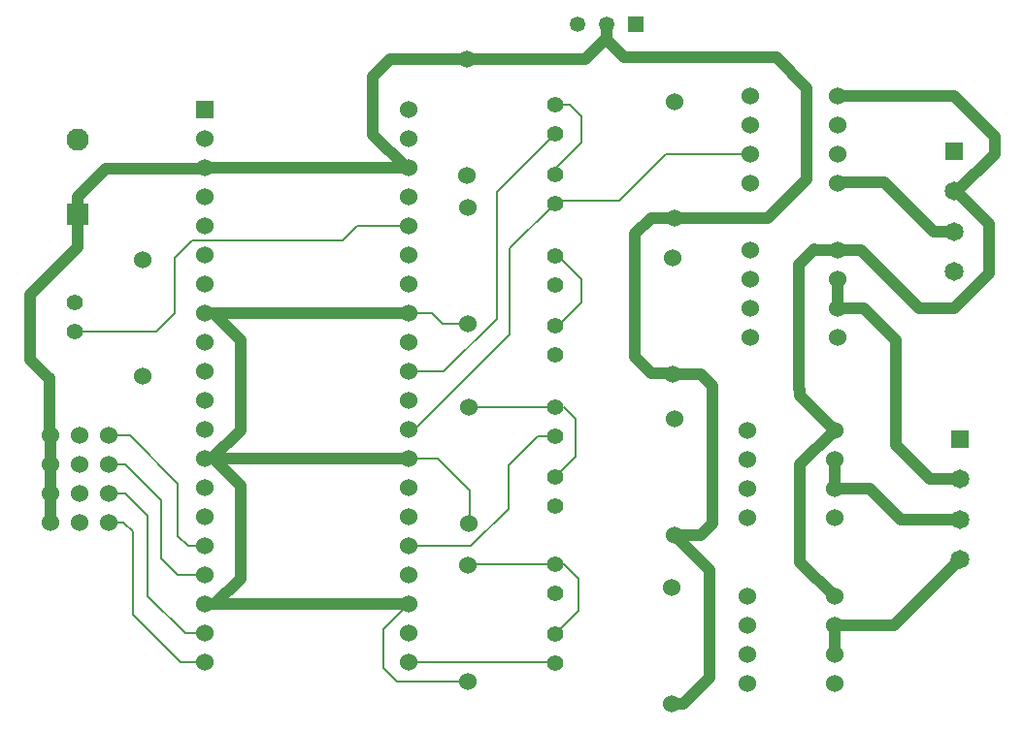
<source format=gbr>
%TF.GenerationSoftware,KiCad,Pcbnew,8.0.8*%
%TF.CreationDate,2025-03-04T21:19:46+00:00*%
%TF.ProjectId,Servo Frog V4 Rev B,53657276-6f20-4467-926f-672056342052,rev?*%
%TF.SameCoordinates,Original*%
%TF.FileFunction,Copper,L1,Top*%
%TF.FilePolarity,Positive*%
%FSLAX46Y46*%
G04 Gerber Fmt 4.6, Leading zero omitted, Abs format (unit mm)*
G04 Created by KiCad (PCBNEW 8.0.8) date 2025-03-04 21:19:46*
%MOMM*%
%LPD*%
G01*
G04 APERTURE LIST*
%TA.AperFunction,ComponentPad*%
%ADD10C,1.416000*%
%TD*%
%TA.AperFunction,ComponentPad*%
%ADD11C,1.524000*%
%TD*%
%TA.AperFunction,ComponentPad*%
%ADD12R,1.524000X1.524000*%
%TD*%
%TA.AperFunction,ComponentPad*%
%ADD13R,1.650000X1.650000*%
%TD*%
%TA.AperFunction,ComponentPad*%
%ADD14C,1.650000*%
%TD*%
%TA.AperFunction,ComponentPad*%
%ADD15R,1.350000X1.350000*%
%TD*%
%TA.AperFunction,ComponentPad*%
%ADD16C,1.350000*%
%TD*%
%TA.AperFunction,ComponentPad*%
%ADD17R,1.950000X1.950000*%
%TD*%
%TA.AperFunction,ComponentPad*%
%ADD18C,1.950000*%
%TD*%
%TA.AperFunction,Conductor*%
%ADD19C,0.200000*%
%TD*%
%TA.AperFunction,Conductor*%
%ADD20C,1.000000*%
%TD*%
%TA.AperFunction,Conductor*%
%ADD21C,0.500000*%
%TD*%
G04 APERTURE END LIST*
D10*
%TO.P,Fr4 J,1,K*%
%TO.N,Net-(LED1-K)*%
X160274000Y-108204000D03*
%TO.P,Fr4 J,2,A*%
%TO.N,OUT2*%
X160274000Y-110744000D03*
%TD*%
D11*
%TO.P,U2,1,1A*%
%TO.N,OUT8*%
X177292000Y-67310000D03*
%TO.P,U2,2,1C*%
%TO.N,Net-(U2-1C)*%
X177292000Y-69850000D03*
%TO.P,U2,3,2A*%
%TO.N,OUT7*%
X177292000Y-72390000D03*
%TO.P,U2,4,2C*%
%TO.N,Net-(U2-1C)*%
X177292000Y-74930000D03*
%TO.P,U2,5,2D*%
%TO.N,K*%
X184912000Y-74930000D03*
%TO.P,U2,6,2D*%
%TO.N,Frog1*%
X184912000Y-72390000D03*
%TO.P,U2,7,1D*%
X184912000Y-69850000D03*
%TO.P,U2,8,1D*%
%TO.N,J*%
X184912000Y-67310000D03*
%TD*%
%TO.P,R7,1*%
%TO.N,Net-(U3-1C)*%
X170556800Y-81432400D03*
%TO.P,R7,2*%
%TO.N,0V*%
X170556800Y-91592400D03*
%TD*%
%TO.P,U3,1,1A*%
%TO.N,OUT6*%
X177292000Y-80772000D03*
%TO.P,U3,2,1C*%
%TO.N,Net-(U3-1C)*%
X177292000Y-83312000D03*
%TO.P,U3,3,2A*%
%TO.N,OUT5*%
X177292000Y-85852000D03*
%TO.P,U3,4,2C*%
%TO.N,Net-(U3-1C)*%
X177292000Y-88392000D03*
%TO.P,U3,5,2D*%
%TO.N,K*%
X184912000Y-88392000D03*
%TO.P,U3,6,2D*%
%TO.N,Frog2*%
X184912000Y-85852000D03*
%TO.P,U3,7,1D*%
X184912000Y-83312000D03*
%TO.P,U3,8,1D*%
%TO.N,J*%
X184912000Y-80772000D03*
%TD*%
D12*
%TO.P,U1,1,GP0*%
%TO.N,unconnected-(U1-GP0-Pad1)*%
X129752000Y-68522000D03*
D11*
%TO.P,U1,2,GP1*%
%TO.N,unconnected-(U1-GP1-Pad2)*%
X129752000Y-71062000D03*
%TO.P,U1,3,GND*%
%TO.N,0V*%
X129752000Y-73602000D03*
%TO.P,U1,4,GP2*%
%TO.N,unconnected-(U1-GP2-Pad4)*%
X129752000Y-76142000D03*
%TO.P,U1,5,GP3*%
%TO.N,unconnected-(U1-GP3-Pad5)*%
X129752000Y-78682000D03*
%TO.P,U1,6,GP4*%
%TO.N,unconnected-(U1-GP4-Pad6)*%
X129752000Y-81222000D03*
%TO.P,U1,7,GP5*%
%TO.N,unconnected-(U1-GP5-Pad7)*%
X129752000Y-83762000D03*
%TO.P,U1,8,GND*%
%TO.N,0V*%
X129752000Y-86302000D03*
%TO.P,U1,9,GP6*%
%TO.N,unconnected-(U1-GP6-Pad9)*%
X129752000Y-88842000D03*
%TO.P,U1,10,GP7*%
%TO.N,unconnected-(U1-GP7-Pad10)*%
X129752000Y-91382000D03*
%TO.P,U1,11,GP8*%
%TO.N,unconnected-(U1-GP8-Pad11)*%
X129752000Y-93922000D03*
%TO.P,U1,12,GP9*%
%TO.N,unconnected-(U1-GP9-Pad12)*%
X129752000Y-96462000D03*
%TO.P,U1,13,GND*%
%TO.N,0V*%
X129752000Y-99002000D03*
%TO.P,U1,14,GP10*%
%TO.N,unconnected-(U1-GP10-Pad14)*%
X129752000Y-101542000D03*
%TO.P,U1,15,GP11*%
%TO.N,unconnected-(U1-GP11-Pad15)*%
X129752000Y-104082000D03*
%TO.P,U1,16,GP12*%
%TO.N,Net-(U1-GP12)*%
X129752000Y-106622000D03*
%TO.P,U1,17,GP13*%
%TO.N,Net-(U1-GP13)*%
X129752000Y-109162000D03*
%TO.P,U1,18,GND*%
%TO.N,0V*%
X129752000Y-111702000D03*
%TO.P,U1,19,GP14*%
%TO.N,Net-(U1-GP14)*%
X129752000Y-114242000D03*
%TO.P,U1,20,GP15*%
%TO.N,Net-(U1-GP15)*%
X129752000Y-116782000D03*
%TO.P,U1,21,GP16*%
%TO.N,OUT1*%
X147532000Y-116782000D03*
%TO.P,U1,22,GP17*%
%TO.N,OUT2*%
X147532000Y-114242000D03*
%TO.P,U1,23,GND*%
%TO.N,0V*%
X147532000Y-111702000D03*
%TO.P,U1,24,GP18*%
%TO.N,OUT3*%
X147532000Y-109162000D03*
%TO.P,U1,25,GP19*%
%TO.N,OUT4*%
X147532000Y-106622000D03*
%TO.P,U1,26,GP20*%
%TO.N,OUT5*%
X147532000Y-104082000D03*
%TO.P,U1,27,GP21*%
%TO.N,OUT6*%
X147532000Y-101542000D03*
%TO.P,U1,28,GND*%
%TO.N,0V*%
X147532000Y-99002000D03*
%TO.P,U1,29,GP22*%
%TO.N,OUT7*%
X147532000Y-96462000D03*
%TO.P,U1,30,RUN*%
%TO.N,Net-(S1-NO)*%
X147532000Y-93922000D03*
%TO.P,U1,31,GP26*%
%TO.N,OUT8*%
X147532000Y-91382000D03*
%TO.P,U1,32,GP27*%
%TO.N,unconnected-(U1-GP27-Pad32)*%
X147532000Y-88842000D03*
%TO.P,U1,33,GND*%
%TO.N,0V*%
X147532000Y-86302000D03*
%TO.P,U1,34,GP28*%
%TO.N,unconnected-(U1-GP28-Pad34)*%
X147532000Y-83762000D03*
%TO.P,U1,35,ADC_VREF*%
%TO.N,unconnected-(U1-ADC_VREF-Pad35)*%
X147532000Y-81222000D03*
%TO.P,U1,36,3V3(OUT)*%
%TO.N,3V3*%
X147532000Y-78682000D03*
%TO.P,U1,37,3V3_EN*%
%TO.N,unconnected-(U1-3V3_EN-Pad37)*%
X147532000Y-76142000D03*
%TO.P,U1,38,GND*%
%TO.N,0V*%
X147532000Y-73602000D03*
%TO.P,U1,39,VSYS*%
%TO.N,5V*%
X147532000Y-71062000D03*
%TO.P,U1,40,VBUS*%
%TO.N,unconnected-(U1-VBUS-Pad40)*%
X147532000Y-68522000D03*
%TD*%
D13*
%TO.P,J3,1,1*%
%TO.N,0V*%
X195072000Y-72136000D03*
D14*
%TO.P,J3,2,2*%
%TO.N,J*%
X195072000Y-75636000D03*
%TO.P,J3,3,3*%
%TO.N,K*%
X195072000Y-79136000D03*
%TO.P,J3,4,4*%
%TO.N,12V*%
X195072000Y-82636000D03*
%TD*%
D11*
%TO.P,U4,1,1A*%
%TO.N,OUT4*%
X177038000Y-96520000D03*
%TO.P,U4,2,1C*%
%TO.N,Net-(U4-1C)*%
X177038000Y-99060000D03*
%TO.P,U4,3,2A*%
%TO.N,OUT3*%
X177038000Y-101600000D03*
%TO.P,U4,4,2C*%
%TO.N,Net-(U4-1C)*%
X177038000Y-104140000D03*
%TO.P,U4,5,2D*%
%TO.N,K*%
X184658000Y-104140000D03*
%TO.P,U4,6,2D*%
%TO.N,Frog3*%
X184658000Y-101600000D03*
%TO.P,U4,7,1D*%
X184658000Y-99060000D03*
%TO.P,U4,8,1D*%
%TO.N,J*%
X184658000Y-96520000D03*
%TD*%
%TO.P,R4,1*%
%TO.N,Net-(U4-1C)*%
X170688000Y-95504000D03*
%TO.P,R4,2*%
%TO.N,0V*%
X170688000Y-105664000D03*
%TD*%
%TO.P,R8,1*%
%TO.N,Net-(LED5-K)*%
X152675200Y-77012800D03*
%TO.P,R8,2*%
%TO.N,0V*%
X152675200Y-87172800D03*
%TD*%
D10*
%TO.P,Fr3 J,1,K*%
%TO.N,Net-(LED3-K)*%
X160274000Y-94488000D03*
%TO.P,Fr3 J,2,A*%
%TO.N,OUT4*%
X160274000Y-97028000D03*
%TD*%
D11*
%TO.P,R9,1*%
%TO.N,Net-(LED7-K)*%
X152603200Y-74218800D03*
%TO.P,R9,2*%
%TO.N,0V*%
X152603200Y-64058800D03*
%TD*%
%TO.P,U5,1,1A*%
%TO.N,OUT2*%
X177038000Y-110998000D03*
%TO.P,U5,2,1C*%
%TO.N,Net-(U5-1C)*%
X177038000Y-113538000D03*
%TO.P,U5,3,2A*%
%TO.N,OUT1*%
X177038000Y-116078000D03*
%TO.P,U5,4,2C*%
%TO.N,Net-(U5-1C)*%
X177038000Y-118618000D03*
%TO.P,U5,5,2D*%
%TO.N,K*%
X184658000Y-118618000D03*
%TO.P,U5,6,2D*%
%TO.N,Frog4*%
X184658000Y-116078000D03*
%TO.P,U5,7,1D*%
X184658000Y-113538000D03*
%TO.P,U5,8,1D*%
%TO.N,J*%
X184658000Y-110998000D03*
%TD*%
D10*
%TO.P,Fr2 K,1,K*%
%TO.N,Net-(LED5-K)*%
X160274000Y-87376000D03*
%TO.P,Fr2 K,2,A*%
%TO.N,OUT5*%
X160274000Y-89916000D03*
%TD*%
D11*
%TO.P,R5,1*%
%TO.N,Net-(U5-1C)*%
X170434000Y-110236000D03*
%TO.P,R5,2*%
%TO.N,0V*%
X170434000Y-120396000D03*
%TD*%
%TO.P,J4,1*%
%TO.N,0V*%
X116281200Y-96926400D03*
%TO.P,J4,2*%
X116281200Y-99466400D03*
%TO.P,J4,3*%
X116281200Y-102006400D03*
%TO.P,J4,4*%
X116281200Y-104546400D03*
%TO.P,J4,9*%
%TO.N,5V*%
X118821200Y-96926400D03*
%TO.P,J4,10*%
X118821200Y-99466400D03*
%TO.P,J4,11*%
X118821200Y-102006400D03*
%TO.P,J4,12*%
X118821200Y-104546400D03*
%TO.P,J4,17*%
%TO.N,Net-(U1-GP12)*%
X121361200Y-96926400D03*
%TO.P,J4,18*%
%TO.N,Net-(U1-GP13)*%
X121361200Y-99466400D03*
%TO.P,J4,19*%
%TO.N,Net-(U1-GP14)*%
X121361200Y-102006400D03*
%TO.P,J4,20*%
%TO.N,Net-(U1-GP15)*%
X121361200Y-104546400D03*
%TD*%
%TO.P,R2,1*%
%TO.N,Net-(LED3-K)*%
X152806400Y-94488000D03*
%TO.P,R2,2*%
%TO.N,0V*%
X152806400Y-104648000D03*
%TD*%
D15*
%TO.P,PS1,1,+VIN*%
%TO.N,12V*%
X167335200Y-61061600D03*
D16*
%TO.P,PS1,2,GND*%
%TO.N,0V*%
X164795200Y-61061600D03*
%TO.P,PS1,3,+VOUT*%
%TO.N,5V*%
X162255200Y-61061600D03*
%TD*%
D10*
%TO.P,Power,1,K*%
%TO.N,Net-(LED9-K)*%
X118364000Y-85344000D03*
%TO.P,Power,2,A*%
%TO.N,3V3*%
X118364000Y-87884000D03*
%TD*%
%TO.P,Fr4 K,1,K*%
%TO.N,Net-(LED1-K)*%
X160274000Y-114300000D03*
%TO.P,Fr4 K,2,A*%
%TO.N,OUT1*%
X160274000Y-116840000D03*
%TD*%
D17*
%TO.P,S1,T1,COM*%
%TO.N,0V*%
X118618000Y-77620000D03*
D18*
%TO.P,S1,T2,NO*%
%TO.N,Net-(S1-NO)*%
X118618000Y-71120000D03*
%TD*%
D10*
%TO.P,Fr1 J,1,K*%
%TO.N,Net-(LED7-K)*%
X160274000Y-68072000D03*
%TO.P,Fr1 J,2,A*%
%TO.N,OUT8*%
X160274000Y-70612000D03*
%TD*%
D11*
%TO.P,R3,1*%
%TO.N,Net-(LED9-K)*%
X124307600Y-81584800D03*
%TO.P,R3,2*%
%TO.N,0V*%
X124307600Y-91744800D03*
%TD*%
%TO.P,R1,1*%
%TO.N,Net-(LED1-K)*%
X152704800Y-108254800D03*
%TO.P,R1,2*%
%TO.N,0V*%
X152704800Y-118414800D03*
%TD*%
D10*
%TO.P,Fr3 K,1,K*%
%TO.N,Net-(LED3-K)*%
X160274000Y-100584000D03*
%TO.P,Fr3 K,2,A*%
%TO.N,OUT3*%
X160274000Y-103124000D03*
%TD*%
%TO.P,Fr2 J,1,K*%
%TO.N,Net-(LED5-K)*%
X160274000Y-81280000D03*
%TO.P,Fr2 J,2,A*%
%TO.N,OUT6*%
X160274000Y-83820000D03*
%TD*%
%TO.P,Fr1 K,1,K*%
%TO.N,Net-(LED7-K)*%
X160274000Y-74168000D03*
%TO.P,Fr1 K,2,A*%
%TO.N,OUT7*%
X160274000Y-76708000D03*
%TD*%
D11*
%TO.P,R6,1*%
%TO.N,Net-(U2-1C)*%
X170688000Y-67818000D03*
%TO.P,R6,2*%
%TO.N,0V*%
X170688000Y-77978000D03*
%TD*%
D13*
%TO.P,J2,1,1*%
%TO.N,Frog1*%
X195580000Y-97282000D03*
D14*
%TO.P,J2,2,2*%
%TO.N,Frog2*%
X195580000Y-100782000D03*
%TO.P,J2,3,3*%
%TO.N,Frog3*%
X195580000Y-104282000D03*
%TO.P,J2,4,4*%
%TO.N,Frog4*%
X195580000Y-107782000D03*
%TD*%
D19*
%TO.N,5V*%
X147532000Y-70908000D02*
X147574000Y-70866000D01*
X147532000Y-71062000D02*
X147632000Y-71062000D01*
X147886000Y-71062000D02*
X147532000Y-71062000D01*
X147532000Y-71062000D02*
X147532000Y-70908000D01*
%TO.N,Net-(U1-GP15)*%
X127602400Y-116782000D02*
X129752000Y-116782000D01*
X123444000Y-112623600D02*
X127602400Y-116782000D01*
X121361200Y-104546400D02*
X122631200Y-104546400D01*
X129694000Y-116840000D02*
X129752000Y-116782000D01*
X122631200Y-104546400D02*
X123444000Y-105359200D01*
X123444000Y-105359200D02*
X123444000Y-112623600D01*
D20*
%TO.N,0V*%
X129752000Y-86302000D02*
X147532000Y-86302000D01*
X129752000Y-99002000D02*
X147532000Y-99002000D01*
D19*
X129752000Y-99002000D02*
X130498000Y-99002000D01*
X147532000Y-99002000D02*
X150056000Y-99002000D01*
D20*
X164795200Y-62433200D02*
X164795200Y-61061600D01*
D19*
X152857200Y-101803200D02*
X152857200Y-104597200D01*
X150056000Y-99002000D02*
X152857200Y-101803200D01*
X147532000Y-73602000D02*
X147632000Y-73602000D01*
D20*
X174040800Y-104648000D02*
X173024800Y-105664000D01*
D19*
X170942000Y-77724000D02*
X170688000Y-77978000D01*
X129752000Y-73602000D02*
X129694000Y-73660000D01*
X147532000Y-73602000D02*
X147886000Y-73602000D01*
X130498000Y-86302000D02*
X129752000Y-86302000D01*
X145338800Y-113842800D02*
X145338800Y-117246400D01*
X170332400Y-120294400D02*
X170434000Y-120396000D01*
D20*
X116230400Y-91948000D02*
X116230400Y-96875600D01*
X179578000Y-63957200D02*
X166319200Y-63957200D01*
D19*
X170455200Y-91490800D02*
X170556800Y-91592400D01*
D20*
X147532000Y-111702000D02*
X130244000Y-111702000D01*
X174040800Y-92659200D02*
X174040800Y-104648000D01*
X132842000Y-88646000D02*
X132842000Y-96520000D01*
X170688000Y-105664000D02*
X173736000Y-108712000D01*
X147312800Y-73602000D02*
X144373600Y-70662800D01*
X168706800Y-91490800D02*
X170455200Y-91490800D01*
X132842000Y-109474000D02*
X130614000Y-111702000D01*
D19*
X145338800Y-117246400D02*
X146507200Y-118414800D01*
D20*
X114503200Y-90373200D02*
X116078000Y-91948000D01*
X116281200Y-96926400D02*
X116281200Y-99466400D01*
D19*
X129752000Y-86302000D02*
X130244000Y-86302000D01*
D20*
X118618000Y-77620000D02*
X118618000Y-76149200D01*
X173024800Y-105664000D02*
X170688000Y-105664000D01*
X166319200Y-63957200D02*
X164795200Y-62433200D01*
X116230400Y-96875600D02*
X116281200Y-96926400D01*
X144373600Y-65582800D02*
X145897600Y-64058800D01*
X173736000Y-118110000D02*
X171450000Y-120396000D01*
D19*
X147479600Y-111702000D02*
X145338800Y-113842800D01*
D20*
X170688000Y-77978000D02*
X178816000Y-77978000D01*
X168656000Y-77978000D02*
X167284400Y-79349600D01*
D19*
X129744800Y-86309200D02*
X129752000Y-86302000D01*
D20*
X121107200Y-73660000D02*
X129694000Y-73660000D01*
X114503200Y-84632800D02*
X114503200Y-90373200D01*
D19*
X130048000Y-111506000D02*
X129852000Y-111702000D01*
X147532000Y-111702000D02*
X147590000Y-111760000D01*
D20*
X182219600Y-66598800D02*
X179578000Y-63957200D01*
D19*
X147828000Y-73406000D02*
X148082000Y-73660000D01*
D20*
X118618000Y-76149200D02*
X121107200Y-73660000D01*
D19*
X129752000Y-73602000D02*
X129445600Y-73602000D01*
D20*
X118618000Y-80518000D02*
X114503200Y-84632800D01*
X171450000Y-120396000D02*
X170434000Y-120396000D01*
X132842000Y-88646000D02*
X130498000Y-86302000D01*
X170556800Y-91592400D02*
X172974000Y-91592400D01*
D19*
X130360000Y-99002000D02*
X129752000Y-99002000D01*
D20*
X164795200Y-61061600D02*
X164795200Y-62230000D01*
X118618000Y-77620000D02*
X118618000Y-80518000D01*
D21*
X147262000Y-73602000D02*
X147532000Y-73602000D01*
D19*
X149548000Y-86302000D02*
X150469600Y-87223600D01*
X147532000Y-111702000D02*
X146768400Y-111702000D01*
D20*
X172974000Y-91592400D02*
X174040800Y-92659200D01*
D19*
X130614000Y-111702000D02*
X129752000Y-111702000D01*
X146507200Y-118414800D02*
X152704800Y-118414800D01*
D20*
X182219600Y-74574400D02*
X182219600Y-66598800D01*
X178816000Y-77978000D02*
X182219600Y-74574400D01*
D19*
X152857200Y-104597200D02*
X152806400Y-104648000D01*
X152624400Y-87223600D02*
X152675200Y-87172800D01*
X171500800Y-77724000D02*
X170942000Y-77724000D01*
D20*
X170688000Y-77978000D02*
X168656000Y-77978000D01*
X132842000Y-101346000D02*
X132842000Y-109474000D01*
X116281200Y-99466400D02*
X116281200Y-102006400D01*
X116281200Y-102006400D02*
X116281200Y-104546400D01*
D19*
X129752000Y-86302000D02*
X130106000Y-86302000D01*
X129852000Y-111702000D02*
X129752000Y-111702000D01*
D20*
X116078000Y-91948000D02*
X116230400Y-91948000D01*
D19*
X130244000Y-111702000D02*
X130048000Y-111506000D01*
D20*
X167284400Y-90068400D02*
X168706800Y-91490800D01*
X173736000Y-108712000D02*
X173736000Y-118110000D01*
X167284400Y-79349600D02*
X167284400Y-90068400D01*
X145897600Y-64058800D02*
X152603200Y-64058800D01*
X152603200Y-64058800D02*
X162966400Y-64058800D01*
X147532000Y-73602000D02*
X147312800Y-73602000D01*
X129752000Y-73602000D02*
X147532000Y-73602000D01*
X130498000Y-99002000D02*
X132842000Y-101346000D01*
D19*
X147532000Y-86302000D02*
X149548000Y-86302000D01*
X150469600Y-87223600D02*
X152624400Y-87223600D01*
D20*
X162966400Y-64058800D02*
X164795200Y-62230000D01*
D19*
X147532000Y-111702000D02*
X147479600Y-111702000D01*
D20*
X144373600Y-70662800D02*
X144373600Y-65582800D01*
D19*
X147632000Y-73602000D02*
X147828000Y-73406000D01*
D20*
X132842000Y-96520000D02*
X130360000Y-99002000D01*
D19*
%TO.N,Net-(U1-GP12)*%
X121666000Y-96977200D02*
X123190000Y-96977200D01*
X129643200Y-106730800D02*
X129752000Y-106622000D01*
X127355600Y-105714800D02*
X128262800Y-106622000D01*
X123190000Y-96977200D02*
X127355600Y-101142800D01*
X121615200Y-96926400D02*
X121666000Y-96977200D01*
X127355600Y-101142800D02*
X127355600Y-105714800D01*
X128262800Y-106622000D02*
X129752000Y-106622000D01*
X121361200Y-96926400D02*
X121615200Y-96926400D01*
%TO.N,Net-(U1-GP14)*%
X124764800Y-103987600D02*
X124764800Y-110998000D01*
X129694000Y-114300000D02*
X129752000Y-114242000D01*
X121361200Y-102006400D02*
X122783600Y-102006400D01*
X124764800Y-110998000D02*
X128008800Y-114242000D01*
X128008800Y-114242000D02*
X129752000Y-114242000D01*
X122783600Y-102006400D02*
X124764800Y-103987600D01*
%TO.N,Net-(U1-GP13)*%
X125933200Y-102616000D02*
X125933200Y-107696000D01*
X127399200Y-109162000D02*
X129752000Y-109162000D01*
X129440000Y-109474000D02*
X129752000Y-109162000D01*
X125933200Y-107696000D02*
X127399200Y-109162000D01*
X121361200Y-99466400D02*
X122783600Y-99466400D01*
X122783600Y-99466400D02*
X125933200Y-102616000D01*
D20*
%TO.N,Frog4*%
X184658000Y-113538000D02*
X184658000Y-116078000D01*
X184658000Y-113538000D02*
X189824000Y-113538000D01*
X189824000Y-113538000D02*
X195580000Y-107782000D01*
%TO.N,Frog3*%
X195569600Y-104292400D02*
X190449200Y-104292400D01*
X187756800Y-101600000D02*
X184658000Y-101600000D01*
D19*
X195569600Y-104292400D02*
X195580000Y-104282000D01*
D20*
X184658000Y-99060000D02*
X184658000Y-101600000D01*
X190449200Y-104292400D02*
X187756800Y-101600000D01*
%TO.N,Frog2*%
X184912000Y-85852000D02*
X184912000Y-83312000D01*
X189992000Y-97790000D02*
X192984000Y-100782000D01*
D21*
X195382000Y-100584000D02*
X195580000Y-100782000D01*
D20*
X192984000Y-100782000D02*
X195580000Y-100782000D01*
X189992000Y-88646000D02*
X189992000Y-97790000D01*
X184912000Y-85852000D02*
X187198000Y-85852000D01*
X187198000Y-85852000D02*
X189992000Y-88646000D01*
D19*
%TO.N,J*%
X184658000Y-110236000D02*
X184658000Y-110998000D01*
X184912000Y-81026000D02*
X184912000Y-80772000D01*
D20*
X182930800Y-80772000D02*
X184912000Y-80772000D01*
X182880000Y-80721200D02*
X182930800Y-80772000D01*
D19*
X195128000Y-75692000D02*
X195072000Y-75636000D01*
D20*
X198628000Y-70866000D02*
X198628000Y-72390000D01*
X181610000Y-92964000D02*
X181610000Y-93472000D01*
X181610000Y-92964000D02*
X181559200Y-92913200D01*
X184912000Y-67310000D02*
X195072000Y-67310000D01*
X198628000Y-72390000D02*
X195382000Y-75636000D01*
X181559200Y-82042000D02*
X182880000Y-80721200D01*
X184912000Y-80772000D02*
X186944000Y-80772000D01*
X181660800Y-108000800D02*
X181660800Y-99517200D01*
X192024000Y-85852000D02*
X195072000Y-85852000D01*
D19*
X195382000Y-75636000D02*
X195072000Y-75636000D01*
D20*
X184658000Y-110998000D02*
X181660800Y-108000800D01*
D19*
X195072000Y-75636000D02*
X195072000Y-75438000D01*
D20*
X186944000Y-80772000D02*
X192024000Y-85852000D01*
X198120000Y-82804000D02*
X195072000Y-85852000D01*
X195072000Y-75438000D02*
X198120000Y-78486000D01*
X195072000Y-67310000D02*
X198628000Y-70866000D01*
X181559200Y-92913200D02*
X181559200Y-82042000D01*
X181660800Y-99517200D02*
X184658000Y-96520000D01*
X198120000Y-78486000D02*
X198120000Y-82804000D01*
X184658000Y-96520000D02*
X181610000Y-93472000D01*
%TO.N,K*%
X193283600Y-79136000D02*
X195072000Y-79136000D01*
D19*
X184912000Y-74930000D02*
X184962800Y-74879200D01*
D20*
X189026800Y-74879200D02*
X193283600Y-79136000D01*
X184962800Y-74879200D02*
X189026800Y-74879200D01*
D19*
%TO.N,Net-(LED1-K)*%
X152755600Y-108204000D02*
X152704800Y-108254800D01*
X161036000Y-108204000D02*
X160274000Y-108204000D01*
X162306000Y-112268000D02*
X162306000Y-109474000D01*
X162306000Y-109474000D02*
X161036000Y-108204000D01*
X160274000Y-108204000D02*
X152755600Y-108204000D01*
X160274000Y-114300000D02*
X162306000Y-112268000D01*
%TO.N,OUT1*%
X160216000Y-116782000D02*
X160274000Y-116840000D01*
X147532000Y-116782000D02*
X160216000Y-116782000D01*
%TO.N,Net-(LED3-K)*%
X152806400Y-94488000D02*
X160274000Y-94488000D01*
X160274000Y-100584000D02*
X162052000Y-98806000D01*
X162052000Y-95504000D02*
X161036000Y-94488000D01*
X162052000Y-98806000D02*
X162052000Y-95504000D01*
X160274000Y-100584000D02*
X160274000Y-100330000D01*
%TO.N,OUT4*%
X158750000Y-97028000D02*
X160274000Y-97028000D01*
X176911000Y-95885000D02*
X177038000Y-96012000D01*
X158750000Y-97028000D02*
X156210000Y-99568000D01*
X152966000Y-106622000D02*
X147532000Y-106622000D01*
X156210000Y-103378000D02*
X152966000Y-106622000D01*
X156210000Y-99568000D02*
X156210000Y-103378000D01*
%TO.N,Net-(LED5-K)*%
X162560000Y-83312000D02*
X162560000Y-85344000D01*
X162560000Y-85344000D02*
X160528000Y-87376000D01*
X160528000Y-81280000D02*
X162560000Y-83312000D01*
X160528000Y-87376000D02*
X160274000Y-87376000D01*
X160274000Y-81280000D02*
X160528000Y-81280000D01*
%TO.N,Net-(LED7-K)*%
X160274000Y-74168000D02*
X160274000Y-73660000D01*
X162560000Y-69088000D02*
X161544000Y-68072000D01*
X162560000Y-71374000D02*
X162560000Y-69088000D01*
X160274000Y-73660000D02*
X162560000Y-71374000D01*
X161544000Y-68072000D02*
X160274000Y-68072000D01*
%TO.N,OUT7*%
X160274000Y-76454000D02*
X160274000Y-76708000D01*
X156362400Y-88138000D02*
X148038400Y-96462000D01*
X160274000Y-76708000D02*
X156362400Y-80619600D01*
X169926000Y-72390000D02*
X165862000Y-76454000D01*
X156362400Y-80619600D02*
X156362400Y-88138000D01*
X165862000Y-76454000D02*
X160274000Y-76454000D01*
X148038400Y-96462000D02*
X147532000Y-96462000D01*
X177292000Y-72390000D02*
X169926000Y-72390000D01*
%TO.N,OUT8*%
X155194000Y-75692000D02*
X155194000Y-86766400D01*
X155194000Y-86766400D02*
X150578400Y-91382000D01*
X150578400Y-91382000D02*
X147532000Y-91382000D01*
X160274000Y-70612000D02*
X155194000Y-75692000D01*
%TO.N,Net-(LED9-K)*%
X118364000Y-85344000D02*
X118364000Y-85090000D01*
%TO.N,3V3*%
X127101600Y-86309200D02*
X125526800Y-87884000D01*
X143060000Y-78682000D02*
X141782800Y-79959200D01*
X127101600Y-81483200D02*
X127101600Y-86309200D01*
X125526800Y-87884000D02*
X118364000Y-87884000D01*
X118618000Y-88138000D02*
X118364000Y-87884000D01*
X128625600Y-79959200D02*
X127101600Y-81483200D01*
X141782800Y-79959200D02*
X128625600Y-79959200D01*
X147532000Y-78682000D02*
X143060000Y-78682000D01*
%TO.N,unconnected-(U1-GP8-Pad11)*%
X129440000Y-94234000D02*
X129752000Y-93922000D01*
%TO.N,unconnected-(U1-GP9-Pad12)*%
X129694000Y-96520000D02*
X129752000Y-96462000D01*
%TO.N,unconnected-(U1-GP10-Pad14)*%
X129440000Y-101854000D02*
X129752000Y-101542000D01*
%TO.N,unconnected-(U1-GP11-Pad15)*%
X129440000Y-104394000D02*
X129752000Y-104082000D01*
%TD*%
M02*

</source>
